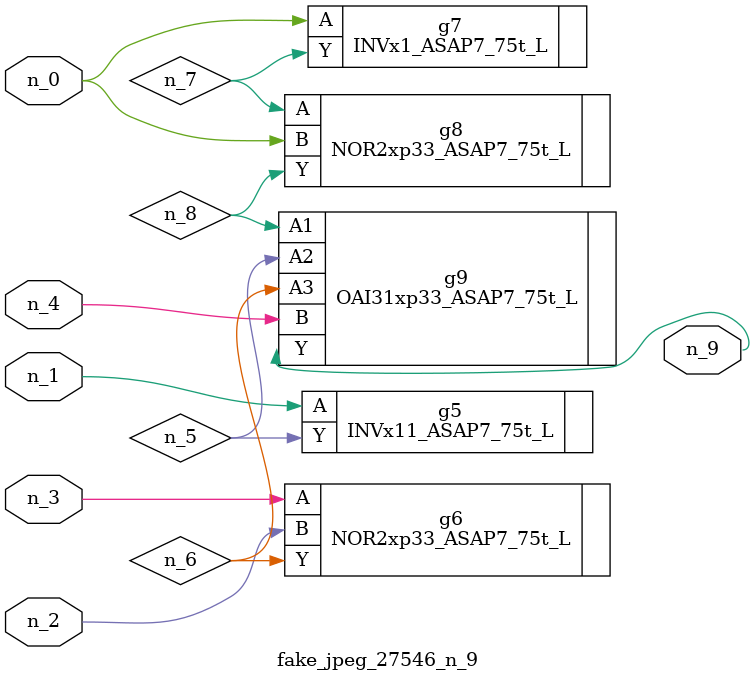
<source format=v>
module fake_jpeg_27546_n_9 (n_3, n_2, n_1, n_0, n_4, n_9);

input n_3;
input n_2;
input n_1;
input n_0;
input n_4;

output n_9;

wire n_8;
wire n_6;
wire n_5;
wire n_7;

INVx11_ASAP7_75t_L g5 ( 
.A(n_1),
.Y(n_5)
);

NOR2xp33_ASAP7_75t_L g6 ( 
.A(n_3),
.B(n_2),
.Y(n_6)
);

INVx1_ASAP7_75t_L g7 ( 
.A(n_0),
.Y(n_7)
);

NOR2xp33_ASAP7_75t_L g8 ( 
.A(n_7),
.B(n_0),
.Y(n_8)
);

OAI31xp33_ASAP7_75t_L g9 ( 
.A1(n_8),
.A2(n_5),
.A3(n_6),
.B(n_4),
.Y(n_9)
);


endmodule
</source>
